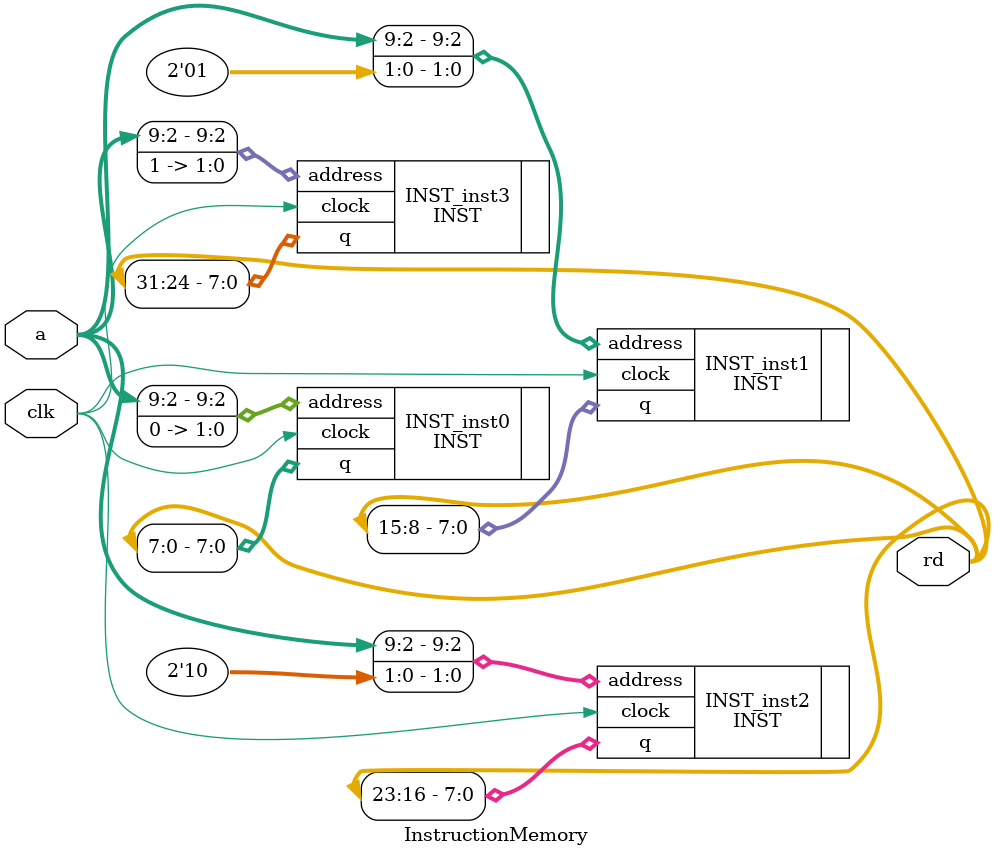
<source format=v>
module InstructionMemory(input [31:0]a,input clk,output [31:0] rd);

    INST	INST_inst0(.address ({a[9:2],2'b00}),.clock ( clk ),.q (rd[7:0]));
	 INST	INST_inst1(.address ({a[9:2],2'b01}),.clock ( clk ),.q (rd[15:8]));
    INST	INST_inst2(.address ({a[9:2],2'b10}),.clock ( clk ),.q (rd[23:16]));
	 INST	INST_inst3(.address ({a[9:2],2'b11}),.clock ( clk ),.q (rd[31:24]));

 endmodule
</source>
